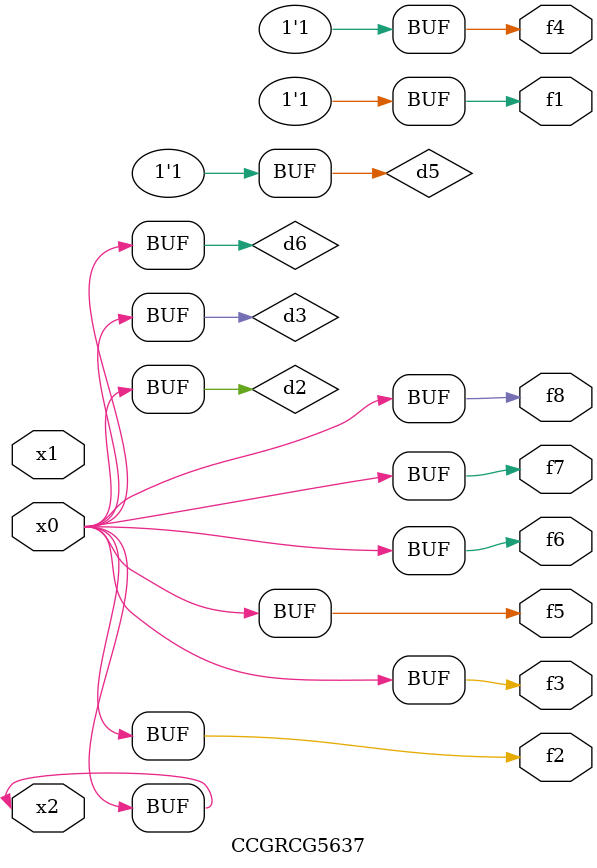
<source format=v>
module CCGRCG5637(
	input x0, x1, x2,
	output f1, f2, f3, f4, f5, f6, f7, f8
);

	wire d1, d2, d3, d4, d5, d6;

	xnor (d1, x2);
	buf (d2, x0, x2);
	and (d3, x0);
	xnor (d4, x1, x2);
	nand (d5, d1, d3);
	buf (d6, d2, d3);
	assign f1 = d5;
	assign f2 = d6;
	assign f3 = d6;
	assign f4 = d5;
	assign f5 = d6;
	assign f6 = d6;
	assign f7 = d6;
	assign f8 = d6;
endmodule

</source>
